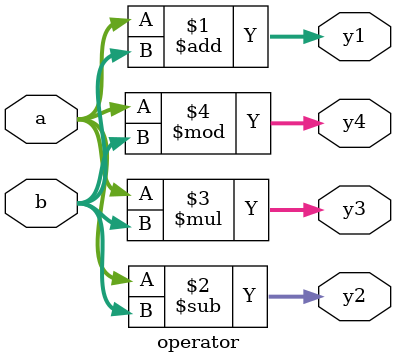
<source format=sv>
module operator(
    input [2:0] a,
    input [2:0] b,
    output [5:0] y1,
    output [5:0] y2,
    output [5:0] y3,
    output [5:0] y4
);
    assign y1 = a + b;  // Addition
    assign y2 = a - b;  // Subtraction
    assign y3 = a * b;  // Multiplication
    assign y4 = a % b;  // Modulo
endmodule

</source>
